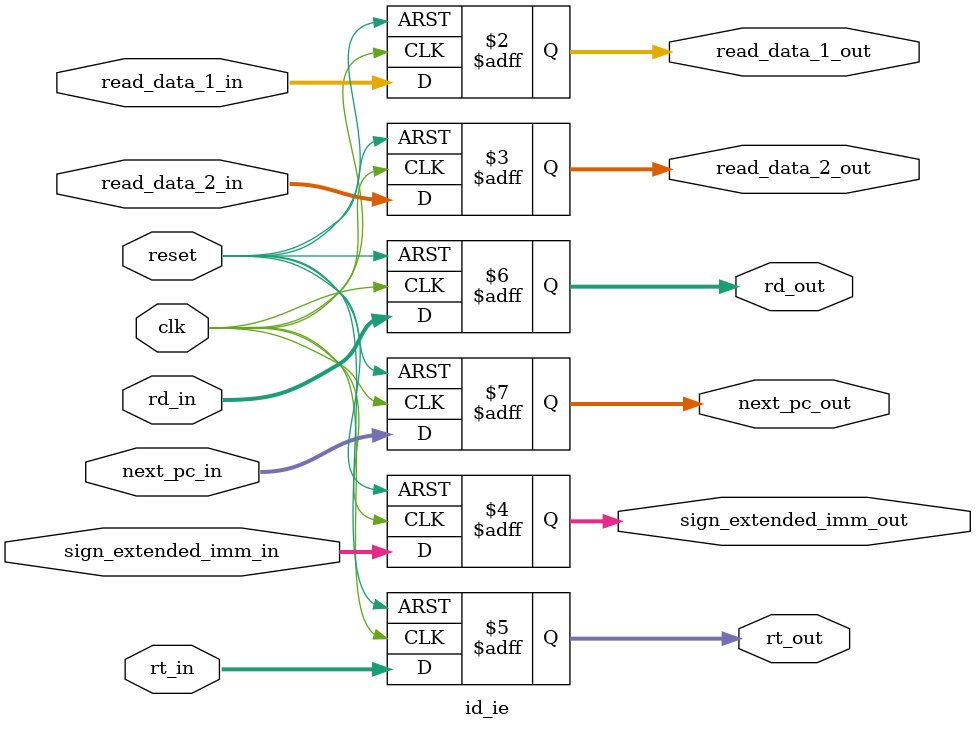
<source format=v>
`timescale 1ns / 1ps

module id_ie(
  input  wire        clk,
  input  wire        reset,
  // Datos de la etapa ID
  input  wire [31:0] read_data_1_in,
  input  wire [31:0] read_data_2_in,
  input  wire [31:0] sign_extended_imm_in,
  input  wire [4:0]  rt_in,
  input  wire [4:0]  rd_in,
  input  wire [31:0] next_pc_in,
  // Salidas hacia la etapa EX
  output reg  [31:0] read_data_1_out,
  output reg  [31:0] read_data_2_out,
  output reg  [31:0] sign_extended_imm_out,
  output reg  [4:0]  rt_out,
  output reg  [4:0]  rd_out,
  output reg  [31:0] next_pc_out
);
  always @(posedge clk or posedge reset) begin
    if (reset) begin
      read_data_1_out       <= 0;
      read_data_2_out       <= 0;
      sign_extended_imm_out <= 0;
      rt_out                <= 0;
      rd_out                <= 0;
      next_pc_out          <= 0;
    end else begin
      read_data_1_out       <= read_data_1_in;
      read_data_2_out       <= read_data_2_in;
      sign_extended_imm_out <= sign_extended_imm_in;
      rt_out                <= rt_in;
      rd_out                <= rd_in;
      next_pc_out          <= next_pc_in;
    end
  end
endmodule


</source>
